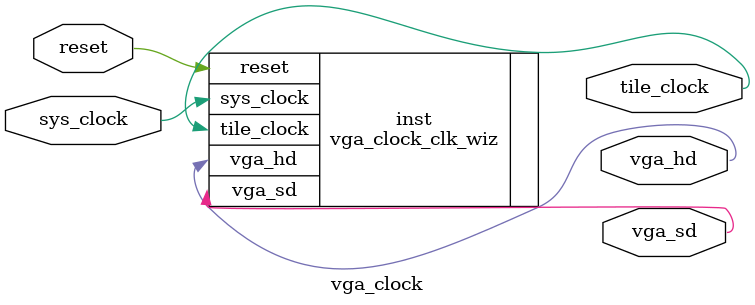
<source format=v>


`timescale 1ps/1ps

(* CORE_GENERATION_INFO = "vga_clock,clk_wiz_v6_0_9_0_0,{component_name=vga_clock,use_phase_alignment=true,use_min_o_jitter=false,use_max_i_jitter=false,use_dyn_phase_shift=false,use_inclk_switchover=false,use_dyn_reconfig=false,enable_axi=0,feedback_source=FDBK_AUTO,PRIMITIVE=MMCM,num_out_clk=3,clkin1_period=10.000,clkin2_period=10.000,use_power_down=false,use_reset=true,use_locked=false,use_inclk_stopped=false,feedback_type=SINGLE,CLOCK_MGR_TYPE=NA,manual_override=false}" *)

module vga_clock 
 (
  // Clock out ports
  output        vga_sd,
  output        vga_hd,
  output        tile_clock,
  // Status and control signals
  input         reset,
 // Clock in ports
  input         sys_clock
 );

  vga_clock_clk_wiz inst
  (
  // Clock out ports  
  .vga_sd(vga_sd),
  .vga_hd(vga_hd),
  .tile_clock(tile_clock),
  // Status and control signals               
  .reset(reset), 
 // Clock in ports
  .sys_clock(sys_clock)
  );

endmodule

</source>
